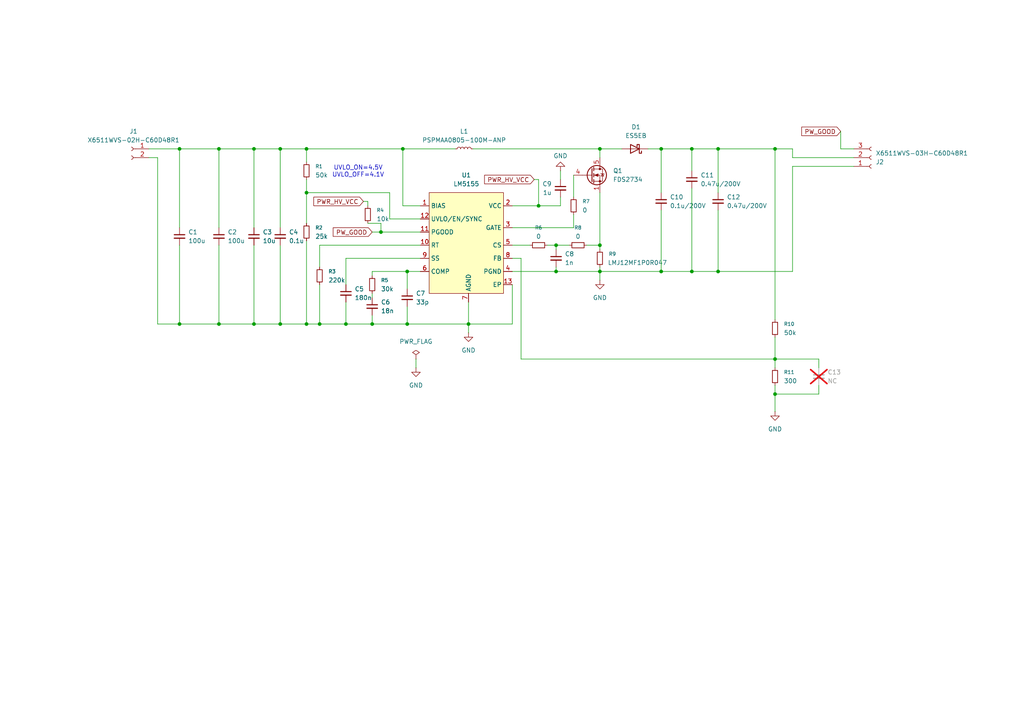
<source format=kicad_sch>
(kicad_sch (version 20250114) (generator "eeschema") (generator_version "9.0")
  (paper "A4")
  (lib_symbols
    (symbol "Connector:Conn_01x02_Socket" (pin_names (offset 1.016) (hide yes))
      (property "Reference" "J" (at 0 2.54 0))
      (property "Value" "Conn_01x02_Socket" (at 0 -5.08 0))
      (symbol "Conn_01x02_Socket_1_1"
        (polyline (pts (xy -1.27 0) (xy -0.508 0)) (stroke (width 0.1524)))
        (polyline (pts (xy -1.27 -2.54) (xy -0.508 -2.54)) (stroke (width 0.1524)))
        (arc (start 0 -0.508) (mid -0.5058 0) (end 0 0.508) (stroke (width 0.1524)))
        (arc (start 0 -3.048) (mid -0.5058 -2.54) (end 0 -2.032) (stroke (width 0.1524)))
        (pin passive line (at -5.08 0 0) (length 3.81) (name "Pin_1") (number "1"))
        (pin passive line (at -5.08 -2.54 0) (length 3.81) (name "Pin_2") (number "2"))
      )
    )
    (symbol "Connector:Conn_01x03_Socket" (pin_names (offset 1.016) (hide yes))
      (property "Reference" "J" (at 0 5.08 0))
      (property "Value" "Conn_01x03_Socket" (at 0 -5.08 0))
      (symbol "Conn_01x03_Socket_1_1"
        (polyline (pts (xy -1.27 2.54) (xy -0.508 2.54)) (stroke (width 0.1524)))
        (polyline (pts (xy -1.27 0) (xy -0.508 0)) (stroke (width 0.1524)))
        (polyline (pts (xy -1.27 -2.54) (xy -0.508 -2.54)) (stroke (width 0.1524)))
        (arc (start 0 2.032) (mid -0.5058 2.54) (end 0 3.048) (stroke (width 0.1524)))
        (arc (start 0 -0.508) (mid -0.5058 0) (end 0 0.508) (stroke (width 0.1524)))
        (arc (start 0 -3.048) (mid -0.5058 -2.54) (end 0 -2.032) (stroke (width 0.1524)))
        (pin passive line (at -5.08 2.54 0) (length 3.81) (name "Pin_1") (number "1"))
        (pin passive line (at -5.08 0 0) (length 3.81) (name "Pin_2") (number "2"))
        (pin passive line (at -5.08 -2.54 0) (length 3.81) (name "Pin_3") (number "3"))
      )
    )
    (symbol "Device:C_Small" (pin_numbers (hide yes)) (pin_names (offset 0.254) (hide yes))
      (property "Reference" "C" (at 0.254 1.778 0))
      (property "Value" "C_Small" (at 0.254 -2.032 0))
      (symbol "C_Small_0_1"
        (polyline (pts (xy -1.524 0.508) (xy 1.524 0.508)) (stroke (width 0.3048)))
        (polyline (pts (xy -1.524 -0.508) (xy 1.524 -0.508)) (stroke (width 0.3302)))
      )
      (symbol "C_Small_1_1"
        (pin passive line (at 0 2.54 270) (length 2.032) (name "~") (number "1"))
        (pin passive line (at 0 -2.54 90) (length 2.032) (name "~") (number "2"))
      )
    )
    (symbol "Device:D_Schottky" (pin_numbers (hide yes)) (pin_names (offset 1.016) (hide yes))
      (property "Reference" "D" (at 0 2.54 0))
      (property "Value" "D_Schottky" (at 0 -2.54 0))
      (symbol "D_Schottky_0_1"
        (polyline (pts (xy -1.905 0.635) (xy -1.905 1.27) (xy -1.27 1.27) (xy -1.27 -1.27) (xy -0.635 -1.27) (xy -0.635 -0.635)) (stroke (width 0.254)))
        (polyline (pts (xy 1.27 1.27) (xy 1.27 -1.27) (xy -1.27 0) (xy 1.27 1.27)) (stroke (width 0.254)))
        (polyline (pts (xy 1.27 0) (xy -1.27 0)))
      )
      (symbol "D_Schottky_1_1"
        (pin passive line (at -3.81 0 0) (length 2.54) (name "K") (number "1"))
        (pin passive line (at 3.81 0 180) (length 2.54) (name "A") (number "2"))
      )
    )
    (symbol "Device:L_Small" (pin_numbers (hide yes)) (pin_names (offset 0.254) (hide yes))
      (property "Reference" "L" (at 0.762 1.016 0))
      (property "Value" "L_Small" (at 0.762 -1.016 0))
      (symbol "L_Small_0_1"
        (arc (start 0 2.032) (mid 0.5058 1.524) (end 0 1.016))
        (arc (start 0 1.016) (mid 0.5058 0.508) (end 0 0))
        (arc (start 0 0) (mid 0.5058 -0.508) (end 0 -1.016))
        (arc (start 0 -1.016) (mid 0.5058 -1.524) (end 0 -2.032))
      )
      (symbol "L_Small_1_1"
        (pin passive line (at 0 2.54 270) (length 0.508) (name "~") (number "1"))
        (pin passive line (at 0 -2.54 90) (length 0.508) (name "~") (number "2"))
      )
    )
    (symbol "Johnson:LM5155DSSR"
      (property "Reference" "U" (at 0 -5.08 0))
      (symbol "LM5155DSSR_1_1"
        (rectangle (start 0 26.67) (end 21.59 -2.54) (fill (type background)))
        (pin input line (at -2.54 22.86 0) (length 2.54) (name "BIAS") (number "1"))
        (pin input line (at -2.54 19.05 0) (length 2.54) (name "UVLO/EN/SYNC") (number "12"))
        (pin input line (at -2.54 15.24 0) (length 2.54) (name "PGOOD") (number "11"))
        (pin input line (at -2.54 11.43 0) (length 2.54) (name "RT") (number "10"))
        (pin input line (at -2.54 7.62 0) (length 2.54) (name "SS") (number "9"))
        (pin input line (at -2.54 3.81 0) (length 2.54) (name "COMP") (number "6"))
        (pin power_in line (at 11.43 -5.08 90) (length 2.54) (name "AGND") (number "7"))
        (pin output line (at 24.13 22.86 180) (length 2.54) (name "VCC") (number "2"))
        (pin output line (at 24.13 16.51 180) (length 2.54) (name "GATE") (number "3"))
        (pin input line (at 24.13 11.43 180) (length 2.54) (name "CS") (number "5"))
        (pin input line (at 24.13 7.62 180) (length 2.54) (name "FB") (number "8"))
        (pin power_in line (at 24.13 3.81 180) (length 2.54) (name "PGND") (number "4"))
        (pin input line (at 24.13 0 180) (length 2.54) (name "EP") (number "13"))
      )
    )
    (symbol "R_Small_2" (pin_numbers (hide yes)) (pin_names (offset 0.254) (hide yes))
      (property "Reference" "R" (at 0 0 90))
      (property "Value" "R_Small" (at 1.778 0 90))
      (symbol "R_Small_2_0_1"
        (rectangle (start -0.762 1.778) (end 0.762 -1.778) (stroke (width 0.2032)))
      )
      (symbol "R_Small_2_1_1"
        (pin passive line (at 0 2.54 270) (length 0.762) (name "~") (number "1"))
        (pin passive line (at 0 -2.54 90) (length 0.762) (name "~") (number "2"))
      )
    )
    (symbol "Transistor_FET:FDS2734" (pin_names (hide yes))
      (property "Reference" "Q" (at 5.08 2.54 0))
      (property "Value" "FDS2734" (at 5.08 0 0))
      (symbol "FDS2734_0_1"
        (polyline (pts (xy 0.254 1.905) (xy 0.254 -1.905)) (stroke (width 0.254)))
        (polyline (pts (xy 0.254 0) (xy -2.54 0)))
        (polyline (pts (xy 0.762 2.286) (xy 0.762 1.27)) (stroke (width 0.254)))
        (polyline (pts (xy 0.762 0.508) (xy 0.762 -0.508)) (stroke (width 0.254)))
        (polyline (pts (xy 0.762 -1.27) (xy 0.762 -2.286)) (stroke (width 0.254)))
        (polyline (pts (xy 0.762 -1.778) (xy 3.302 -1.778) (xy 3.302 1.778) (xy 0.762 1.778)))
        (polyline (pts (xy 1.016 0) (xy 2.032 0.381) (xy 2.032 -0.381) (xy 1.016 0)) (fill (type outline)))
        (circle (center 1.651 0) (radius 2.794) (stroke (width 0.254)))
        (polyline (pts (xy 2.54 2.54) (xy 2.54 1.778)))
        (circle (center 2.54 1.778) (radius 0.254) (fill (type outline)))
        (circle (center 2.54 -1.778) (radius 0.254) (fill (type outline)))
        (polyline (pts (xy 2.54 -2.54) (xy 2.54 0) (xy 0.762 0)))
        (polyline (pts (xy 2.794 0.508) (xy 2.921 0.381) (xy 3.683 0.381) (xy 3.81 0.254)))
        (polyline (pts (xy 3.302 0.381) (xy 2.921 -0.254) (xy 3.683 -0.254) (xy 3.302 0.381)))
      )
      (symbol "FDS2734_1_1"
        (pin input line (at -5.08 0 0) (length 2.54) (name "G") (number "4"))
        (pin passive line (at 2.54 5.08 270) (length 2.54) (name "D") (number "5"))
        (pin passive line (at 2.54 5.08 270) (length 2.54) (hide yes) (name "D") (number "6"))
        (pin passive line (at 2.54 5.08 270) (length 2.54) (hide yes) (name "D") (number "7"))
        (pin passive line (at 2.54 5.08 270) (length 2.54) (hide yes) (name "D") (number "8"))
        (pin passive line (at 2.54 -5.08 90) (length 2.54) (name "S") (number "1"))
        (pin passive line (at 2.54 -5.08 90) (length 2.54) (hide yes) (name "S") (number "2"))
        (pin passive line (at 2.54 -5.08 90) (length 2.54) (hide yes) (name "S") (number "3"))
      )
    )
    (symbol "power:GND" (power) (pin_numbers (hide yes)) (pin_names (offset 0) (hide yes))
      (property "Value" "GND" (at 0 -3.81 0))
      (symbol "GND_0_1"
        (polyline (pts (xy 0 0) (xy 0 -1.27) (xy 1.27 -1.27) (xy 0 -2.54) (xy -1.27 -1.27) (xy 0 -1.27)))
      )
      (symbol "GND_1_1"
        (pin power_in line (at 0 0 270) (length 0) (name "~") (number "1"))
      )
    )
    (symbol "power:PWR_FLAG" (power) (pin_numbers (hide yes)) (pin_names (offset 0) (hide yes))
      (property "Value" "PWR_FLAG" (at 0 3.81 0))
      (symbol "PWR_FLAG_0_0"
        (pin power_out line (at 0 0 90) (length 0) (name "~") (number "1"))
      )
      (symbol "PWR_FLAG_0_1"
        (polyline (pts (xy 0 0) (xy 0 1.27) (xy -1.016 1.905) (xy 0 2.54) (xy 1.016 1.905) (xy 0 1.27)))
      )
    )
  )
  (text "UVLO_ON=4.5V\nUVLO_OFF=4.1V" (at 103.886 49.784 0) (effects (font (size 1.27 1.27))))
  (junction (at 107.95 93.98))
  (junction (at 200.66 78.74))
  (junction (at 88.9 55.88))
  (junction (at 224.79 104.14))
  (junction (at 191.77 43.18))
  (junction (at 73.66 93.98))
  (junction (at 63.5 93.98))
  (junction (at 224.79 43.18))
  (junction (at 63.5 43.18))
  (junction (at 224.79 114.3))
  (junction (at 88.9 93.98))
  (junction (at 173.99 71.12))
  (junction (at 116.84 43.18))
  (junction (at 92.71 93.98))
  (junction (at 110.49 67.31))
  (junction (at 173.99 43.18))
  (junction (at 52.07 43.18))
  (junction (at 52.07 93.98))
  (junction (at 81.28 93.98))
  (junction (at 100.33 93.98))
  (junction (at 173.99 78.74))
  (junction (at 81.28 43.18))
  (junction (at 161.29 78.74))
  (junction (at 156.21 59.69))
  (junction (at 135.89 93.98))
  (junction (at 191.77 78.74))
  (junction (at 200.66 43.18))
  (junction (at 161.29 71.12))
  (junction (at 208.28 78.74))
  (junction (at 118.11 93.98))
  (junction (at 118.11 78.74))
  (junction (at 208.28 43.18))
  (junction (at 88.9 43.18))
  (junction (at 73.66 43.18))
  (wire (pts (xy 170.18 71.12) (xy 173.99 71.12)))
  (wire (pts (xy 229.87 48.26) (xy 247.65 48.26)))
  (wire (pts (xy 148.59 59.69) (xy 156.21 59.69)))
  (wire (pts (xy 118.11 93.98) (xy 135.89 93.98)))
  (wire (pts (xy 107.95 85.09) (xy 107.95 86.36)))
  (wire (pts (xy 200.66 49.53) (xy 200.66 43.18)))
  (wire (pts (xy 120.65 104.14) (xy 120.65 106.68)))
  (wire (pts (xy 154.94 52.07) (xy 156.21 52.07)))
  (wire (pts (xy 135.89 93.98) (xy 135.89 96.52)))
  (wire (pts (xy 88.9 55.88) (xy 113.03 55.88)))
  (wire (pts (xy 88.9 55.88) (xy 88.9 64.77)))
  (wire (pts (xy 224.79 111.76) (xy 224.79 114.3)))
  (wire (pts (xy 173.99 78.74) (xy 173.99 81.28)))
  (wire (pts (xy 73.66 43.18) (xy 81.28 43.18)))
  (wire (pts (xy 81.28 43.18) (xy 81.28 66.04)))
  (wire (pts (xy 118.11 78.74) (xy 118.11 83.82)))
  (wire (pts (xy 200.66 43.18) (xy 208.28 43.18)))
  (wire (pts (xy 110.49 67.31) (xy 110.49 64.77)))
  (wire (pts (xy 45.72 45.72) (xy 45.72 93.98)))
  (wire (pts (xy 121.92 71.12) (xy 92.71 71.12)))
  (wire (pts (xy 237.49 111.76) (xy 237.49 114.3)))
  (wire (pts (xy 229.87 48.26) (xy 229.87 78.74)))
  (wire (pts (xy 92.71 93.98) (xy 100.33 93.98)))
  (wire (pts (xy 208.28 43.18) (xy 224.79 43.18)))
  (wire (pts (xy 107.95 93.98) (xy 118.11 93.98)))
  (wire (pts (xy 63.5 93.98) (xy 73.66 93.98)))
  (wire (pts (xy 151.13 104.14) (xy 224.79 104.14)))
  (wire (pts (xy 63.5 71.12) (xy 63.5 93.98)))
  (wire (pts (xy 52.07 43.18) (xy 63.5 43.18)))
  (wire (pts (xy 191.77 60.96) (xy 191.77 78.74)))
  (wire (pts (xy 73.66 93.98) (xy 81.28 93.98)))
  (wire (pts (xy 208.28 43.18) (xy 208.28 55.88)))
  (wire (pts (xy 92.71 71.12) (xy 92.71 77.47)))
  (wire (pts (xy 107.95 67.31) (xy 110.49 67.31)))
  (wire (pts (xy 88.9 69.85) (xy 88.9 93.98)))
  (wire (pts (xy 73.66 43.18) (xy 73.66 66.04)))
  (wire (pts (xy 118.11 88.9) (xy 118.11 93.98)))
  (wire (pts (xy 43.18 45.72) (xy 45.72 45.72)))
  (wire (pts (xy 161.29 78.74) (xy 173.99 78.74)))
  (wire (pts (xy 151.13 104.14) (xy 151.13 74.93)))
  (wire (pts (xy 173.99 43.18) (xy 173.99 45.72)))
  (wire (pts (xy 121.92 74.93) (xy 100.33 74.93)))
  (wire (pts (xy 173.99 55.88) (xy 173.99 71.12)))
  (wire (pts (xy 81.28 93.98) (xy 88.9 93.98)))
  (wire (pts (xy 237.49 106.68) (xy 237.49 104.14)))
  (wire (pts (xy 88.9 46.99) (xy 88.9 43.18)))
  (wire (pts (xy 200.66 78.74) (xy 208.28 78.74)))
  (wire (pts (xy 224.79 97.79) (xy 224.79 104.14)))
  (wire (pts (xy 88.9 93.98) (xy 92.71 93.98)))
  (wire (pts (xy 191.77 43.18) (xy 191.77 55.88)))
  (wire (pts (xy 161.29 77.47) (xy 161.29 78.74)))
  (wire (pts (xy 63.5 43.18) (xy 63.5 66.04)))
  (wire (pts (xy 148.59 66.04) (xy 166.37 66.04)))
  (wire (pts (xy 166.37 50.8) (xy 166.37 57.15)))
  (wire (pts (xy 148.59 78.74) (xy 161.29 78.74)))
  (wire (pts (xy 148.59 82.55) (xy 148.59 93.98)))
  (wire (pts (xy 113.03 55.88) (xy 113.03 63.5)))
  (wire (pts (xy 105.41 58.42) (xy 106.68 58.42)))
  (wire (pts (xy 121.92 78.74) (xy 118.11 78.74)))
  (wire (pts (xy 156.21 59.69) (xy 162.56 59.69)))
  (wire (pts (xy 148.59 71.12) (xy 153.67 71.12)))
  (wire (pts (xy 92.71 82.55) (xy 92.71 93.98)))
  (wire (pts (xy 52.07 93.98) (xy 63.5 93.98)))
  (wire (pts (xy 162.56 59.69) (xy 162.56 57.15)))
  (wire (pts (xy 137.16 43.18) (xy 173.99 43.18)))
  (wire (pts (xy 43.18 43.18) (xy 52.07 43.18)))
  (wire (pts (xy 224.79 104.14) (xy 237.49 104.14)))
  (wire (pts (xy 191.77 43.18) (xy 200.66 43.18)))
  (wire (pts (xy 173.99 43.18) (xy 180.34 43.18)))
  (wire (pts (xy 229.87 45.72) (xy 229.87 43.18)))
  (wire (pts (xy 191.77 78.74) (xy 200.66 78.74)))
  (wire (pts (xy 148.59 93.98) (xy 135.89 93.98)))
  (wire (pts (xy 116.84 43.18) (xy 116.84 59.69)))
  (wire (pts (xy 243.84 43.18) (xy 247.65 43.18)))
  (wire (pts (xy 156.21 52.07) (xy 156.21 59.69)))
  (wire (pts (xy 100.33 74.93) (xy 100.33 82.55)))
  (wire (pts (xy 121.92 63.5) (xy 113.03 63.5)))
  (wire (pts (xy 132.08 43.18) (xy 116.84 43.18)))
  (wire (pts (xy 107.95 91.44) (xy 107.95 93.98)))
  (wire (pts (xy 73.66 71.12) (xy 73.66 93.98)))
  (wire (pts (xy 135.89 87.63) (xy 135.89 93.98)))
  (wire (pts (xy 187.96 43.18) (xy 191.77 43.18)))
  (wire (pts (xy 200.66 78.74) (xy 200.66 54.61)))
  (wire (pts (xy 173.99 77.47) (xy 173.99 78.74)))
  (wire (pts (xy 173.99 78.74) (xy 191.77 78.74)))
  (wire (pts (xy 208.28 78.74) (xy 229.87 78.74)))
  (wire (pts (xy 63.5 43.18) (xy 73.66 43.18)))
  (wire (pts (xy 110.49 64.77) (xy 106.68 64.77)))
  (wire (pts (xy 52.07 43.18) (xy 52.07 66.04)))
  (wire (pts (xy 247.65 45.72) (xy 229.87 45.72)))
  (wire (pts (xy 173.99 71.12) (xy 173.99 72.39)))
  (wire (pts (xy 118.11 78.74) (xy 107.95 78.74)))
  (wire (pts (xy 107.95 78.74) (xy 107.95 80.01)))
  (wire (pts (xy 148.59 74.93) (xy 151.13 74.93)))
  (wire (pts (xy 166.37 66.04) (xy 166.37 62.23)))
  (wire (pts (xy 88.9 52.07) (xy 88.9 55.88)))
  (wire (pts (xy 237.49 114.3) (xy 224.79 114.3)))
  (wire (pts (xy 158.75 71.12) (xy 161.29 71.12)))
  (wire (pts (xy 121.92 67.31) (xy 110.49 67.31)))
  (wire (pts (xy 116.84 59.69) (xy 121.92 59.69)))
  (wire (pts (xy 224.79 114.3) (xy 224.79 119.38)))
  (wire (pts (xy 243.84 38.1) (xy 243.84 43.18)))
  (wire (pts (xy 52.07 71.12) (xy 52.07 93.98)))
  (wire (pts (xy 161.29 71.12) (xy 165.1 71.12)))
  (wire (pts (xy 81.28 71.12) (xy 81.28 93.98)))
  (wire (pts (xy 224.79 104.14) (xy 224.79 106.68)))
  (wire (pts (xy 100.33 87.63) (xy 100.33 93.98)))
  (wire (pts (xy 161.29 71.12) (xy 161.29 72.39)))
  (wire (pts (xy 106.68 58.42) (xy 106.68 59.69)))
  (wire (pts (xy 208.28 60.96) (xy 208.28 78.74)))
  (wire (pts (xy 81.28 43.18) (xy 88.9 43.18)))
  (wire (pts (xy 224.79 43.18) (xy 224.79 92.71)))
  (wire (pts (xy 162.56 49.53) (xy 162.56 52.07)))
  (wire (pts (xy 100.33 93.98) (xy 107.95 93.98)))
  (wire (pts (xy 88.9 43.18) (xy 116.84 43.18)))
  (wire (pts (xy 229.87 43.18) (xy 224.79 43.18)))
  (wire (pts (xy 45.72 93.98) (xy 52.07 93.98)))
  (global_label "PWR_HV_VCC" (shape input) (at 105.41 58.42 180) (property "Intersheetrefs" "${INTERSHEET_REFS}" (effects (hide yes))))
  (global_label "PWR_HV_VCC" (shape input) (at 154.94 52.07 180) (property "Intersheetrefs" "${INTERSHEET_REFS}" (effects (hide yes))))
  (global_label "PW_GOOD" (shape input) (at 107.95 67.31 180) (property "Intersheetrefs" "${INTERSHEET_REFS}" (effects (hide yes))))
  (global_label "PW_GOOD" (shape input) (at 243.84 38.1 180) (property "Intersheetrefs" "${INTERSHEET_REFS}" (effects (hide yes))))
  (symbol (lib_name "R_Small_2") (lib_id "Device:R_Small") (at 224.79 95.25 0) (unit 1)
    (property "Reference" "R10" (at 227.33 93.9799 0) (effects (font (size 1.016 1.016)) (justify left)))
    (property "Value" "50k" (at 227.33 96.5199 0) (effects (justify left)))
    (property "Footprint" "Resistor_SMD:R_0603_1608Metric" (effects (hide yes)))
    (property "Description" "Resistor, small symbol" (effects (hide yes)))
    (property "LCSC PN" "C304067" (effects (hide yes)))
  )
  (symbol (lib_id "power:GND") (at 135.89 96.52 0) (unit 1)
    (property "Reference" "#PWR02" (effects (hide yes)))
    (property "Value" "GND" (at 135.89 101.6 0))
    (property "Description" "Power symbol creates a global label with name \"GND\" , ground" (effects (hide yes)))
  )
  (symbol (lib_id "power:PWR_FLAG") (at 120.65 104.14 0) (unit 1)
    (property "Reference" "#FLG01" (effects (hide yes)))
    (property "Value" "PWR_FLAG" (at 120.65 99.06 0))
    (property "Description" "Special symbol for telling ERC where power comes from" (effects (hide yes)))
  )
  (symbol (lib_id "Device:L_Small") (at 134.62 43.18 90) (unit 1)
    (property "Reference" "L1" (at 134.62 38.1 90))
    (property "Value" "PSPMAA0805-100M-ANP" (at 134.62 40.64 90))
    (property "Footprint" "johnson:PowerInductor_8mmx8.5mm" (effects (hide yes)))
    (property "Datasheet" "https://www.lcsc.com/datasheet/C2962885.pdf" (effects (hide yes)))
    (property "Description" "10uH 10A SMD,8.5x8mm Fixed Inductors RoHS" (effects (hide yes)))
    (property "LCSC PN" "C2962885" (effects (hide yes)))
  )
  (symbol (lib_id "Device:C_Small") (at 118.11 86.36 0) (unit 1)
    (property "Reference" "C7" (at 120.65 85.0962 0) (effects (justify left)))
    (property "Value" "33p" (at 120.65 87.6362 0) (effects (justify left)))
    (property "Footprint" "Capacitor_SMD:C_0603_1608Metric" (effects (hide yes)))
    (property "Description" "Unpolarized capacitor, small symbol" (effects (hide yes)))
    (property "LCSC PN" "C107047" (effects (hide yes)))
  )
  (symbol (lib_id "Device:D_Schottky") (at 184.15 43.18 180) (unit 1)
    (property "Reference" "D1" (at 184.4675 36.83 0))
    (property "Value" "ES5EB" (at 184.4675 39.37 0))
    (property "Footprint" "Diode_SMD:D_SMB" (effects (hide yes)))
    (property "Datasheet" "https://www.lcsc.com/datasheet/C437860.pdf" (effects (hide yes)))
    (property "Description" "Rectifiers RECTIFIER SUPER FAST RECOVERY 300V 5A SMB" (effects (hide yes)))
    (property "LCSC PN" "C437860" (effects (hide yes)))
  )
  (symbol (lib_name "R_Small_2") (lib_id "Device:R_Small") (at 107.95 82.55 0) (unit 1)
    (property "Reference" "R5" (at 110.49 81.2799 0) (effects (font (size 1.016 1.016)) (justify left)))
    (property "Value" "30k" (at 110.49 83.8199 0) (effects (justify left)))
    (property "Footprint" "Resistor_SMD:R_0603_1608Metric" (effects (hide yes)))
    (property "Description" "Resistor, small symbol" (effects (hide yes)))
    (property "LCSC PN" "C2828685" (effects (hide yes)))
  )
  (symbol (lib_id "Device:C_Small") (at 161.29 74.93 0) (unit 1)
    (property "Reference" "C8" (at 163.83 73.6662 0) (effects (justify left)))
    (property "Value" "1n" (at 163.83 76.2062 0) (effects (justify left)))
    (property "Footprint" "Capacitor_SMD:C_0603_1608Metric" (effects (hide yes)))
    (property "Description" "Unpolarized capacitor, small symbol" (effects (hide yes)))
    (property "LCSC PN" "C100040" (effects (hide yes)))
  )
  (symbol (lib_id "Transistor_FET:FDS2734") (at 171.45 50.8 0) (unit 1)
    (property "Reference" "Q1" (at 177.8 49.5299 0) (effects (justify left)))
    (property "Value" "FDS2734" (at 177.8 52.0699 0) (effects (justify left)))
    (property "Footprint" "Package_SO:SOIC-8_3.9x4.9mm_P1.27mm" (effects (hide yes)))
    (property "Datasheet" "http://www.onsemi.com/pub/Collateral/FDS2734-D.pdf" (effects (hide yes)))
    (property "Description" "3.0A Id, 250V Vds, N-Channel MOSFET, 117mOhm Ron, SOIC-8" (effects (hide yes)))
    (property "LCSC PN" "C606022" (effects (hide yes)))
  )
  (symbol (lib_name "R_Small_2") (lib_id "Device:R_Small") (at 88.9 67.31 0) (unit 1)
    (property "Reference" "R2" (at 91.44 66.0399 0) (effects (font (size 1.016 1.016)) (justify left)))
    (property "Value" "25k" (at 91.44 68.5799 0) (effects (justify left)))
    (property "Footprint" "Resistor_SMD:R_0603_1608Metric" (effects (hide yes)))
    (property "Description" "Resistor, small symbol" (effects (hide yes)))
    (property "LCSC PN" "C2828637" (effects (hide yes)))
  )
  (symbol (lib_id "Device:C_Small") (at 52.07 68.58 0) (unit 1)
    (property "Reference" "C1" (at 54.61 67.3162 0) (effects (justify left)))
    (property "Value" "100u" (at 54.61 69.8562 0) (effects (justify left)))
    (property "Footprint" "Capacitor_SMD:C_1206_3216Metric" (effects (hide yes)))
    (property "Description" "100uF ±20% 6.3V Ceramic Capacitor X5R 1206" (effects (hide yes)))
    (property "LCSC PN" "C15008" (effects (hide yes)))
  )
  (symbol (lib_id "power:GND") (at 173.99 81.28 0) (unit 1)
    (property "Reference" "#PWR04" (effects (hide yes)))
    (property "Value" "GND" (at 173.99 86.36 0))
    (property "Description" "Power symbol creates a global label with name \"GND\" , ground" (effects (hide yes)))
  )
  (symbol (lib_id "Device:C_Small") (at 237.49 109.22 0) (unit 1) (exclude_from_sim yes) (in_bom no) (dnp yes)
    (property "Reference" "C13" (at 240.03 107.9562 0) (effects (justify left)))
    (property "Value" "NC" (at 240.03 110.4962 0) (effects (justify left)))
    (property "Footprint" "Capacitor_SMD:C_0603_1608Metric" (effects (hide yes)))
    (property "Description" "Unpolarized capacitor, small symbol" (effects (hide yes)))
  )
  (symbol (lib_id "Device:C_Small") (at 200.66 52.07 0) (unit 1)
    (property "Reference" "C11" (at 203.2 50.8062 0) (effects (justify left)))
    (property "Value" "0.47u/200V" (at 203.2 53.3462 0) (effects (justify left)))
    (property "Footprint" "Capacitor_SMD:C_1206_3216Metric" (effects (hide yes)))
    (property "Datasheet" "https://www.lcsc.com/datasheet/C525784.pdf" (effects (hide yes)))
    (property "Description" "470nF ±10% 200V Ceramic Capacitor X7R 1206" (effects (hide yes)))
    (property "LCSC PN" "C725802" (effects (hide yes)))
  )
  (symbol (lib_id "Device:C_Small") (at 162.56 54.61 0) (mirror y) (unit 1)
    (property "Reference" "C9" (at 160.02 53.3462 0) (effects (justify left)))
    (property "Value" "1u" (at 160.02 55.8862 0) (effects (justify left)))
    (property "Footprint" "Capacitor_SMD:C_0603_1608Metric" (effects (hide yes)))
    (property "Description" "Unpolarized capacitor, small symbol" (effects (hide yes)))
    (property "LCSC PN" "C106248" (effects (hide yes)))
  )
  (symbol (lib_id "Device:C_Small") (at 191.77 58.42 0) (unit 1)
    (property "Reference" "C10" (at 194.31 57.1562 0) (effects (justify left)))
    (property "Value" "0.1u/200V" (at 194.31 59.6962 0) (effects (justify left)))
    (property "Footprint" "Capacitor_SMD:C_1206_3216Metric" (effects (hide yes)))
    (property "Description" "Unpolarized capacitor, small symbol" (effects (hide yes)))
    (property "LCSC PN" "C113894" (effects (hide yes)))
  )
  (symbol (lib_name "R_Small_2") (lib_id "Device:R_Small") (at 156.21 71.12 270) (unit 1)
    (property "Reference" "R6" (at 156.21 66.04 90) (effects (font (size 1.016 1.016))))
    (property "Value" "0" (at 156.21 68.58 90))
    (property "Footprint" "Resistor_SMD:R_0603_1608Metric" (effects (hide yes)))
    (property "Description" "Resistor, small symbol" (effects (hide yes)))
    (property "LCSC PN" "C304185" (effects (hide yes)))
  )
  (symbol (lib_id "Device:C_Small") (at 81.28 68.58 0) (unit 1)
    (property "Reference" "C4" (at 83.82 67.3162 0) (effects (justify left)))
    (property "Value" "0.1u" (at 83.82 69.8562 0) (effects (justify left)))
    (property "Footprint" "Capacitor_SMD:C_0603_1608Metric" (effects (hide yes)))
    (property "Description" "Unpolarized capacitor, small symbol" (effects (hide yes)))
    (property "LCSC PN" "C36911391" (effects (hide yes)))
  )
  (symbol (lib_id "Device:C_Small") (at 63.5 68.58 0) (unit 1)
    (property "Reference" "C2" (at 66.04 67.3162 0) (effects (justify left)))
    (property "Value" "100u" (at 66.04 69.8562 0) (effects (justify left)))
    (property "Footprint" "Capacitor_SMD:C_1206_3216Metric" (effects (hide yes)))
    (property "Description" "100uF ±20% 6.3V Ceramic Capacitor X5R 1206" (effects (hide yes)))
    (property "LCSC PN" "C15008" (effects (hide yes)))
  )
  (symbol (lib_id "power:GND") (at 120.65 106.68 0) (unit 1)
    (property "Reference" "#PWR01" (effects (hide yes)))
    (property "Value" "GND" (at 120.65 111.76 0))
    (property "Description" "Power symbol creates a global label with name \"GND\" , ground" (effects (hide yes)))
  )
  (symbol (lib_id "Device:C_Small") (at 73.66 68.58 0) (unit 1)
    (property "Reference" "C3" (at 76.2 67.3162 0) (effects (justify left)))
    (property "Value" "10u" (at 76.2 69.8562 0) (effects (justify left)))
    (property "Footprint" "Capacitor_SMD:C_0603_1608Metric" (effects (hide yes)))
    (property "Description" "Unpolarized capacitor, small symbol" (effects (hide yes)))
    (property "LCSC PN" "C109453" (effects (hide yes)))
  )
  (symbol (lib_id "power:GND") (at 162.56 49.53 180) (unit 1)
    (property "Reference" "#PWR03" (effects (hide yes)))
    (property "Value" "GND" (at 162.56 45.212 0))
    (property "Description" "Power symbol creates a global label with name \"GND\" , ground" (effects (hide yes)))
  )
  (symbol (lib_name "R_Small_2") (lib_id "Device:R_Small") (at 166.37 59.69 180) (unit 1)
    (property "Reference" "R7" (at 168.91 58.4199 0) (effects (font (size 1.016 1.016)) (justify right)))
    (property "Value" "0" (at 168.91 60.9599 0) (effects (justify right)))
    (property "Footprint" "Resistor_SMD:R_0603_1608Metric" (effects (hide yes)))
    (property "Description" "Resistor, small symbol" (effects (hide yes)))
    (property "LCSC PN" "C304185" (effects (hide yes)))
  )
  (symbol (lib_name "R_Small_2") (lib_id "Device:R_Small") (at 106.68 62.23 0) (unit 1)
    (property "Reference" "R4" (at 109.22 60.9599 0) (effects (font (size 1.016 1.016)) (justify left)))
    (property "Value" "10k" (at 109.22 63.4999 0) (effects (justify left)))
    (property "Footprint" "Resistor_SMD:R_0603_1608Metric" (effects (hide yes)))
    (property "Description" "Resistor, small symbol" (effects (hide yes)))
    (property "LCSC PN" "C217687" (effects (hide yes)))
  )
  (symbol (lib_id "power:GND") (at 224.79 119.38 0) (unit 1)
    (property "Reference" "#PWR05" (effects (hide yes)))
    (property "Value" "GND" (at 224.79 124.46 0))
    (property "Description" "Power symbol creates a global label with name \"GND\" , ground" (effects (hide yes)))
  )
  (symbol (lib_name "R_Small_2") (lib_id "Device:R_Small") (at 224.79 109.22 0) (unit 1)
    (property "Reference" "R11" (at 227.33 107.9499 0) (effects (font (size 1.016 1.016)) (justify left)))
    (property "Value" "300" (at 227.33 110.4899 0) (effects (justify left)))
    (property "Footprint" "Resistor_SMD:R_0603_1608Metric" (effects (hide yes)))
    (property "Description" "Resistor, small symbol" (effects (hide yes)))
    (property "LCSC PN" "C217952" (effects (hide yes)))
  )
  (symbol (lib_name "R_Small_2") (lib_id "Device:R_Small") (at 92.71 80.01 0) (unit 1)
    (property "Reference" "R3" (at 95.25 78.7399 0) (effects (font (size 1.016 1.016)) (justify left)))
    (property "Value" "220k" (at 95.25 81.2799 0) (effects (justify left)))
    (property "Footprint" "Resistor_SMD:R_0603_1608Metric" (effects (hide yes)))
    (property "Description" "Resistor, small symbol" (effects (hide yes)))
    (property "LCSC PN" "C217882" (effects (hide yes)))
  )
  (symbol (lib_name "R_Small_2") (lib_id "Device:R_Small") (at 88.9 49.53 0) (unit 1)
    (property "Reference" "R1" (at 91.44 48.2599 0) (effects (font (size 1.016 1.016)) (justify left)))
    (property "Value" "50k" (at 91.44 50.7999 0) (effects (justify left)))
    (property "Footprint" "Resistor_SMD:R_0603_1608Metric" (effects (hide yes)))
    (property "Description" "Resistor, small symbol" (effects (hide yes)))
    (property "LCSC PN" "C304067" (effects (hide yes)))
  )
  (symbol (lib_id "Johnson:LM5155DSSR") (at 124.46 82.55 0) (unit 1)
    (property "Reference" "U1" (at 135.255 50.8 0))
    (property "Value" "LM5155" (at 135.255 53.34 0))
    (property "Footprint" "Package_SON:WSON-12-1EP_3x2mm_P0.5mm_EP1x2.65" (effects (hide yes)))
    (property "Datasheet" "https://www.lcsc.com/datasheet/C545416.pdf" (effects (hide yes)))
    (property "Description" "Boost Switching Regulator IC 1 Output 1.5A WSON-12-EP(2x3)" (effects (hide yes)))
    (property "LCSC PN" "C545416" (effects (hide yes)))
  )
  (symbol (lib_id "Connector:Conn_01x02_Socket") (at 38.1 43.18 0) (mirror y) (unit 1)
    (property "Reference" "J1" (at 38.735 38.1 0))
    (property "Value" "X6511WVS-02H-C60D48R1" (at 38.735 40.64 0))
    (property "Footprint" "Connector_PinHeader_2.54mm:PinHeader_1x02_P2.54mm_Vertical_SMD_Pin1Right" (effects (hide yes)))
    (property "Datasheet" "https://www.lcsc.com/datasheet/C2883799.pdf" (effects (hide yes)))
    (property "Description" "Pin Header 2 Position 2.54mm Pitch Single Row -40℃~+105℃" (effects (hide yes)))
    (property "LCSC PN" "C2883799" (effects (hide yes)))
  )
  (symbol (lib_id "Device:C_Small") (at 107.95 88.9 0) (unit 1)
    (property "Reference" "C6" (at 110.49 87.6362 0) (effects (justify left)))
    (property "Value" "18n" (at 110.49 90.1762 0) (effects (justify left)))
    (property "Footprint" "Capacitor_SMD:C_0603_1608Metric" (effects (hide yes)))
    (property "Description" "Unpolarized capacitor, small symbol" (effects (hide yes)))
    (property "LCSC PN" "C519551" (effects (hide yes)))
  )
  (symbol (lib_name "R_Small_2") (lib_id "Device:R_Small") (at 167.64 71.12 270) (unit 1)
    (property "Reference" "R8" (at 167.64 66.04 90) (effects (font (size 1.016 1.016))))
    (property "Value" "0" (at 167.64 68.58 90))
    (property "Footprint" "Resistor_SMD:R_0603_1608Metric" (effects (hide yes)))
    (property "Description" "Resistor, small symbol" (effects (hide yes)))
    (property "LCSC PN" "C304185" (effects (hide yes)))
  )
  (symbol (lib_id "Connector:Conn_01x03_Socket") (at 252.73 45.72 0) (mirror x) (unit 1)
    (property "Reference" "J2" (at 254 46.9901 0) (effects (justify left)))
    (property "Value" "X6511WVS-03H-C60D48R1" (at 254 44.4501 0) (effects (justify left)))
    (property "Footprint" "Connector_PinHeader_2.54mm:PinHeader_1x03_P2.54mm_Vertical_SMD_Pin1Right" (effects (hide yes)))
    (property "Datasheet" "https://www.lcsc.com/datasheet/C2883799.pdf" (effects (hide yes)))
    (property "Description" "Pin Header 3 Position 2.54mm Pitch Single Row -40℃~+105℃" (effects (hide yes)))
    (property "LCSC PN" "C780061" (effects (hide yes)))
  )
  (symbol (lib_id "Device:C_Small") (at 208.28 58.42 0) (unit 1)
    (property "Reference" "C12" (at 210.82 57.1562 0) (effects (justify left)))
    (property "Value" "0.47u/200V" (at 210.82 59.6962 0) (effects (justify left)))
    (property "Footprint" "Capacitor_SMD:C_1206_3216Metric" (effects (hide yes)))
    (property "Datasheet" "https://www.lcsc.com/datasheet/C525784.pdf" (effects (hide yes)))
    (property "Description" "470nF ±10% 200V Ceramic Capacitor X7R 1206" (effects (hide yes)))
    (property "LCSC PN" "C725802" (effects (hide yes)))
  )
  (symbol (lib_id "Device:C_Small") (at 100.33 85.09 0) (unit 1)
    (property "Reference" "C5" (at 102.87 83.8262 0) (effects (justify left)))
    (property "Value" "180n" (at 102.87 86.3662 0) (effects (justify left)))
    (property "Footprint" "Capacitor_SMD:C_0603_1608Metric" (effects (hide yes)))
    (property "Description" "Unpolarized capacitor, small symbol" (effects (hide yes)))
    (property "LCSC PN" "C519442" (effects (hide yes)))
  )
  (symbol (lib_name "R_Small_2") (lib_id "Device:R_Small") (at 173.99 74.93 0) (unit 1)
    (property "Reference" "R9" (at 176.53 73.6599 0) (effects (font (size 1.016 1.016)) (justify left)))
    (property "Value" "LMJ12MF1P0R047" (at 176.276 76.2 0) (effects (justify left)))
    (property "Footprint" "Resistor_SMD:R_1206_3216Metric" (effects (hide yes)))
    (property "Datasheet" "https://www.lcsc.com/datasheet/C5121701.pdf" (effects (hide yes)))
    (property "Description" "47mohm 1% 50ppm 1W" (effects (hide yes)))
    (property "LCSC PN" "C5121701" (effects (hide yes)))
  )
)
</source>
